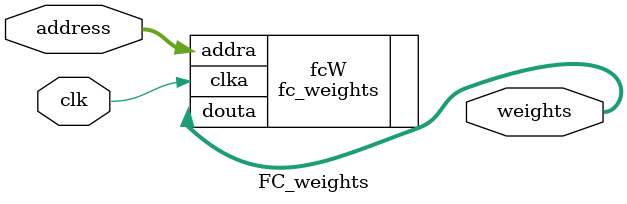
<source format=v>
module FC_weights(clk,address,weights);

parameter DATA_WIDTH = 16;
parameter FC_IN = 256;
parameter FC_OUT = 10;

input clk;
input [8:0] address;
output wire [DATA_WIDTH*FC_OUT-1:0] weights;

fc_weights fcW
( .clka(clk),
  .addra(address),
  .douta(weights));

endmodule


</source>
